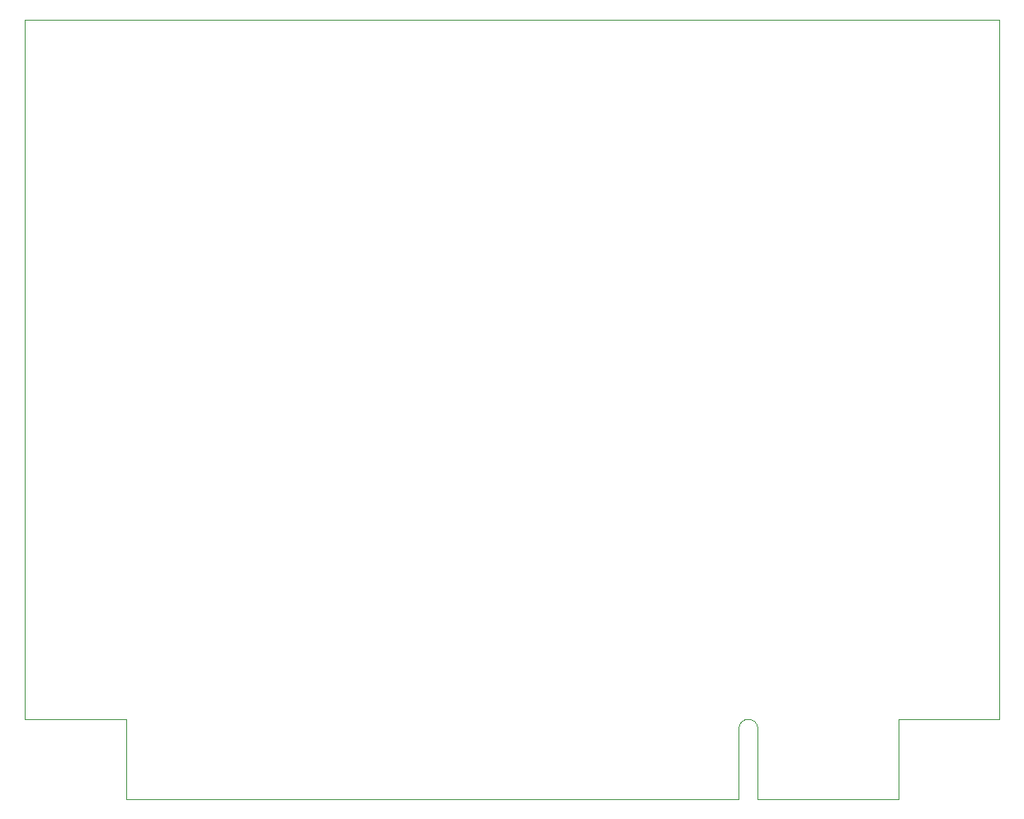
<source format=gm1>
G04 #@! TF.GenerationSoftware,KiCad,Pcbnew,(5.1.8)-1*
G04 #@! TF.CreationDate,2022-01-11T15:51:24-08:00*
G04 #@! TF.ProjectId,AddressRegisterModule,41646472-6573-4735-9265-676973746572,1.0*
G04 #@! TF.SameCoordinates,Original*
G04 #@! TF.FileFunction,Profile,NP*
%FSLAX46Y46*%
G04 Gerber Fmt 4.6, Leading zero omitted, Abs format (unit mm)*
G04 Created by KiCad (PCBNEW (5.1.8)-1) date 2022-01-11 15:51:24*
%MOMM*%
%LPD*%
G01*
G04 APERTURE LIST*
G04 #@! TA.AperFunction,Profile*
%ADD10C,0.100000*%
G04 #@! TD*
G04 APERTURE END LIST*
D10*
X190150000Y-113600000D02*
G75*
G02*
X192100000Y-113600000I975000J0D01*
G01*
X192100000Y-120800000D02*
X192100000Y-113600000D01*
X190150000Y-120800000D02*
X190150000Y-113600000D01*
X206510000Y-120800000D02*
X206510000Y-112630000D01*
X127260000Y-120800000D02*
X127260000Y-112630000D01*
X206510000Y-120800000D02*
X192100000Y-120800000D01*
X190150000Y-120800000D02*
X127260000Y-120800000D01*
X127260000Y-112630000D02*
X116890000Y-112630000D01*
X116900000Y-40800000D02*
X216900000Y-40800000D01*
X116890000Y-112630000D02*
X116900000Y-40800000D01*
X216880000Y-112630000D02*
X206510000Y-112630000D01*
X216900000Y-40800000D02*
X216880000Y-112630000D01*
M02*

</source>
